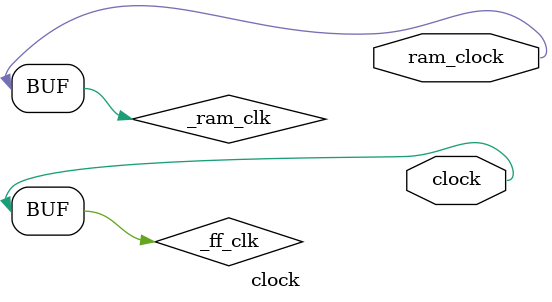
<source format=v>
`timescale 1 ns / 1 ps

module clock #(
    parameter CYCLE_PERIOD_PS = 10000,
    parameter PHASE_SHIFT_PS = 0
)
(
    output clock,
    output ram_clock
);

    (* keep, emu_intf_port = "dut_ff_clk" *)
    wire _ff_clk;
    (* keep, emu_intf_port = "dut_ram_clk" *)
    wire _ram_clk;

    assign clock = _ff_clk;
    assign ram_clock = _ram_clk;

endmodule

</source>
